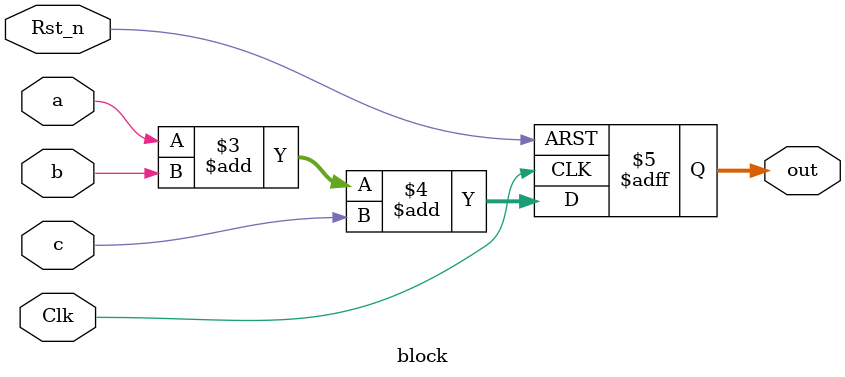
<source format=v>
module    block(
                Rst_n,
                Clk,
                a,
                b,
                c,
                out
                );

    input               Rst_n;
    input               Clk;
    input               a,b,c;
    output reg  [1:0]   out;
    reg         [1:0]   d;
    //d = a + c
    //out = d + c

    always @(posedge Clk or negedge Rst_n)
        if(!Rst_n)
            out = 2'b0;
        else 
            begin
                d = a + b;
                out = d + c ;
            end
endmodule
            
            
</source>
